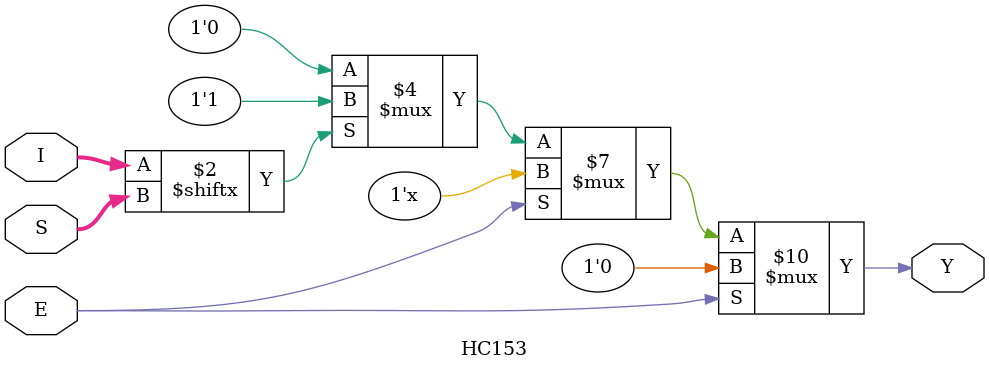
<source format=v>
module HC153(E,S,I,Y);
input E;
input [1:0]S;
input[3:0]I;
output Y;
reg Y;
    always@(E or S or I)
    begin
        if(E)Y=0;
        else begin  
        if(I[S])Y=1;
        else Y=0;
    end
end
endmodule
</source>
